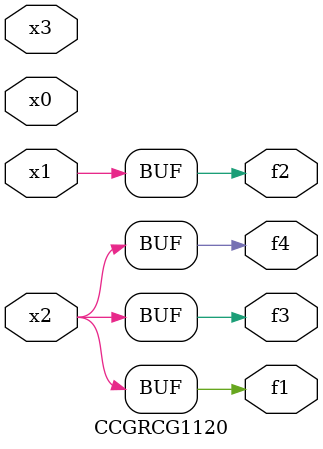
<source format=v>
module CCGRCG1120(
	input x0, x1, x2, x3,
	output f1, f2, f3, f4
);
	assign f1 = x2;
	assign f2 = x1;
	assign f3 = x2;
	assign f4 = x2;
endmodule

</source>
